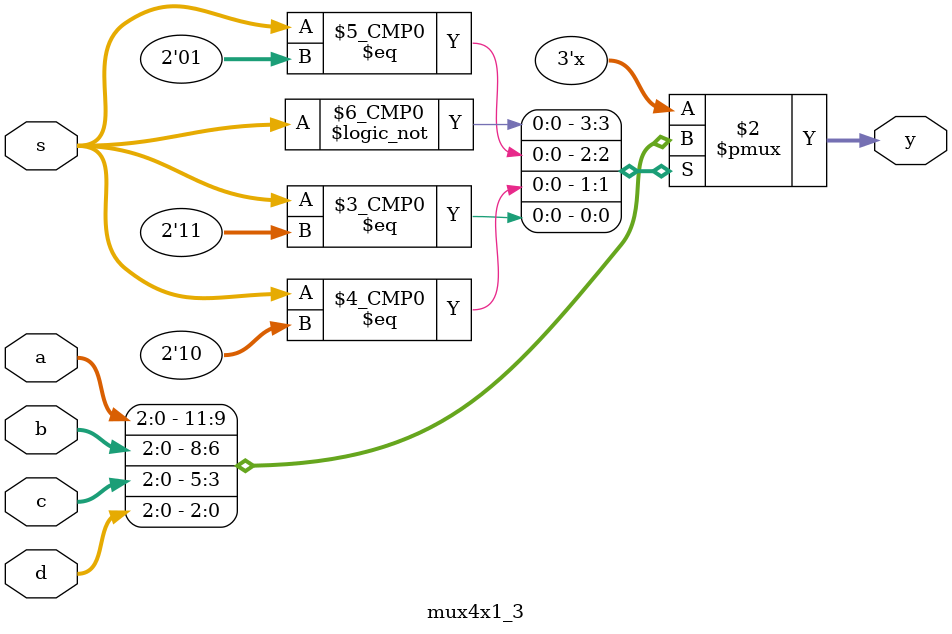
<source format=v>
module mux4x1_3 (
    input [2:0] a,
    input [2:0] b,
    input [2:0] c,
    input [2:0] d,
    input [1:0] s,
    output reg [2:0] y

);
    always @(*) begin
        case (s)

            2'b00:  y=a;
            2'b01:  y=b;
            2'b10:  y=c;
            2'b11:  y=d;

            default: y=3'b000;
        endcase
    end
    
endmodule
</source>
